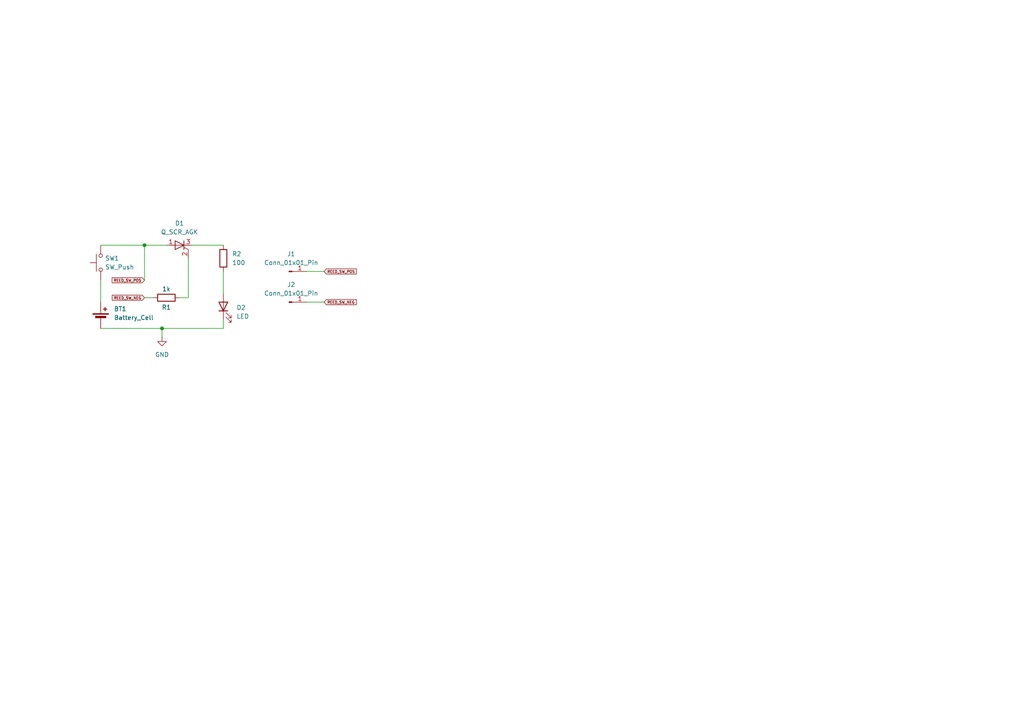
<source format=kicad_sch>
(kicad_sch (version 20250114) (generator "eeschema") (generator_version "9.0")
  (paper "A4")
  (lib_symbols
    (symbol "Connector:Conn_01x01_Pin" (pin_names (offset 1.016) (hide yes))
      (property "Reference" "J" (at 0 2.54 0))
      (property "Value" "Conn_01x01_Pin" (at 0 -2.54 0))
      (symbol "Conn_01x01_Pin_1_1"
        (rectangle (start 0.8636 0.127) (end 0 -0.127) (stroke (width 0.1524)) (fill (type outline)))
        (polyline (pts (xy 1.27 0) (xy 0.8636 0)) (stroke (width 0.1524)))
        (pin passive line (at 5.08 0 180) (length 3.81) (name "Pin_1") (number "1"))
      )
    )
    (symbol "Device:Battery_Cell" (pin_numbers (hide yes)) (pin_names (offset 0) (hide yes))
      (property "Reference" "BT1" (at 3.81 3.1116 0))
      (property "Value" "Battery_Cell" (at 3.81 0.5716 0))
      (symbol "Battery_Cell_0_1"
        (rectangle (start -2.286 1.778) (end 2.286 1.524) (fill (type outline)))
        (rectangle (start -1.524 1.016) (end 1.524 0.508) (fill (type outline)))
        (polyline (pts (xy 0 1.778) (xy 0 2.54)))
        (polyline (pts (xy 0 0.762) (xy 0 0)))
        (polyline (pts (xy 0.762 3.048) (xy 1.778 3.048)) (stroke (width 0.254)))
        (polyline (pts (xy 1.27 3.556) (xy 1.27 2.54)) (stroke (width 0.254)))
      )
      (symbol "Battery_Cell_1_1"
        (pin passive line (at 0 5.08 270) (length 2.54) (name "+") (number "P1"))
        (pin passive line (at 0 -2.54 90) (length 2.54) (name "-") (number "N"))
      )
    )
    (symbol "Device:LED" (pin_numbers (hide yes)) (pin_names (offset 1.016) (hide yes))
      (property "Reference" "D" (at 0 2.54 0))
      (property "Value" "LED" (at 0 -2.54 0))
      (symbol "LED_0_1"
        (polyline (pts (xy -3.048 -0.762) (xy -4.572 -2.286) (xy -3.81 -2.286) (xy -4.572 -2.286) (xy -4.572 -1.524)))
        (polyline (pts (xy -1.778 -0.762) (xy -3.302 -2.286) (xy -2.54 -2.286) (xy -3.302 -2.286) (xy -3.302 -1.524)))
        (polyline (pts (xy -1.27 0) (xy 1.27 0)))
        (polyline (pts (xy -1.27 -1.27) (xy -1.27 1.27)) (stroke (width 0.254)))
        (polyline (pts (xy 1.27 -1.27) (xy 1.27 1.27) (xy -1.27 0) (xy 1.27 -1.27)) (stroke (width 0.254)))
      )
      (symbol "LED_1_1"
        (pin passive line (at -3.81 0 0) (length 2.54) (name "K") (number "1"))
        (pin passive line (at 3.81 0 180) (length 2.54) (name "A") (number "2"))
      )
    )
    (symbol "Device:Q_SCR_AGK" (pin_names (offset 0) (hide yes))
      (property "Reference" "D" (at 1.905 0.635 0))
      (property "Value" "Q_SCR_AGK" (at 1.905 -1.27 0))
      (symbol "Q_SCR_AGK_0_1"
        (polyline (pts (xy -1.27 1.27) (xy 1.27 1.27) (xy 0 -1.27) (xy -1.27 1.27)) (stroke (width 0.2032)))
        (polyline (pts (xy -1.27 -1.27) (xy 1.27 -1.27)) (stroke (width 0.2032)))
        (polyline (pts (xy -1.27 -2.54) (xy -0.635 -1.27)))
        (polyline (pts (xy 0 -2.54) (xy 0 2.54)))
      )
      (symbol "Q_SCR_AGK_1_1"
        (pin input line (at -3.81 -2.54 0) (length 2.54) (name "G") (number "2"))
        (pin passive line (at 0 3.81 270) (length 2.54) (name "A") (number "1"))
        (pin passive line (at 0 -3.81 90) (length 2.54) (name "K") (number "3"))
      )
    )
    (symbol "Device:R" (pin_numbers (hide yes)) (pin_names (offset 0))
      (property "Reference" "R" (at 2.032 0 90))
      (property "Value" "R" (at 0 0 90))
      (symbol "R_0_1"
        (rectangle (start -1.016 -2.54) (end 1.016 2.54) (stroke (width 0.254)))
      )
      (symbol "R_1_1"
        (pin passive line (at 0 3.81 270) (length 1.27) (name "~") (number "1"))
        (pin passive line (at 0 -3.81 90) (length 1.27) (name "~") (number "2"))
      )
    )
    (symbol "Switch:SW_Push" (pin_numbers (hide yes)) (pin_names (offset 1.016) (hide yes))
      (property "Reference" "SW" (at 1.27 2.54 0))
      (property "Value" "SW_Push" (at 0 -1.524 0))
      (symbol "SW_Push_0_1"
        (circle (center -2.032 0) (radius 0.508))
        (polyline (pts (xy 0 1.27) (xy 0 3.048)))
        (circle (center 2.032 0) (radius 0.508))
        (polyline (pts (xy 2.54 1.27) (xy -2.54 1.27)))
        (pin passive line (at -5.08 0 0) (length 2.54) (name "1") (number "1"))
        (pin passive line (at 5.08 0 180) (length 2.54) (name "2") (number "2"))
      )
    )
    (symbol "power:GND" (power) (pin_numbers (hide yes)) (pin_names (offset 0) (hide yes))
      (property "Value" "GND" (at 0 -3.81 0))
      (symbol "GND_0_1"
        (polyline (pts (xy 0 0) (xy 0 -1.27) (xy 1.27 -1.27) (xy 0 -2.54) (xy -1.27 -1.27) (xy 0 -1.27)))
      )
      (symbol "GND_1_1"
        (pin power_in line (at 0 0 270) (length 0) (name "~") (number "1"))
      )
    )
  )
  (junction (at 41.91 71.12))
  (junction (at 46.99 95.25))
  (wire (pts (xy 88.9 87.63) (xy 93.98 87.63)))
  (wire (pts (xy 41.91 71.12) (xy 41.91 81.28)))
  (wire (pts (xy 88.9 78.74) (xy 93.98 78.74)))
  (wire (pts (xy 41.91 71.12) (xy 48.26 71.12)))
  (wire (pts (xy 52.07 86.36) (xy 54.61 86.36)))
  (wire (pts (xy 64.77 78.74) (xy 64.77 85.09)))
  (wire (pts (xy 46.99 95.25) (xy 46.99 97.79)))
  (wire (pts (xy 41.91 86.36) (xy 44.45 86.36)))
  (wire (pts (xy 29.21 81.28) (xy 29.21 87.63)))
  (wire (pts (xy 54.61 74.93) (xy 54.61 86.36)))
  (wire (pts (xy 64.77 95.25) (xy 46.99 95.25)))
  (wire (pts (xy 46.99 95.25) (xy 29.21 95.25)))
  (wire (pts (xy 64.77 92.71) (xy 64.77 95.25)))
  (wire (pts (xy 55.88 71.12) (xy 64.77 71.12)))
  (wire (pts (xy 29.21 71.12) (xy 41.91 71.12)))
  (global_label "REED_SW_NEG" (shape input) (at 93.98 87.63 0) (effects (font (size 0.762 0.762))) (property "Intersheetrefs" "${INTERSHEET_REFS}" (effects (hide yes))))
  (global_label "REED_SW_POS" (shape input) (at 93.98 78.74 0) (effects (font (size 0.762 0.762))) (property "Intersheetrefs" "${INTERSHEET_REFS}" (effects (hide yes))))
  (global_label "REED_SW_POS" (shape input) (at 41.91 81.28 180) (effects (font (size 0.762 0.762))) (property "Intersheetrefs" "${INTERSHEET_REFS}" (effects (hide yes))))
  (global_label "REED_SW_NEG" (shape input) (at 41.91 86.36 180) (effects (font (size 0.762 0.762))) (property "Intersheetrefs" "${INTERSHEET_REFS}" (effects (hide yes))))
  (symbol (lib_id "Device:Q_SCR_AGK") (at 52.07 71.12 90) (unit 1)
    (property "Reference" "D1" (at 52.07 64.77 90))
    (property "Value" "Q_SCR_AGK" (at 52.07 67.31 90))
    (property "Footprint" "Package_TO_SOT_SMD:SOT-23-3" (effects (hide yes)))
    (property "Description" "Silicon controlled rectifier, anode/gate/cathode" (effects (hide yes)))
  )
  (symbol (lib_id "Device:Battery_Cell") (at 29.21 92.71 0) (unit 1)
    (property "Reference" "BT1" (at 33.02 89.5984 0) (effects (justify left)))
    (property "Value" "Battery_Cell" (at 33.02 92.1384 0) (effects (justify left)))
    (property "Footprint" "343-BAT-HLD-003-SMT-ND:BAT_BAT-HLD-003-SMT" (effects (hide yes)))
    (property "Description" "Single-cell battery" (effects (hide yes)))
  )
  (symbol (lib_id "Connector:Conn_01x01_Pin") (at 83.82 78.74 0) (unit 1)
    (property "Reference" "J1" (at 84.455 73.66 0))
    (property "Value" "Conn_01x01_Pin" (at 84.455 76.2 0))
    (property "Footprint" "PH1-01-UA:ADAM-TECH_PH1-01-UA" (effects (hide yes)))
    (property "Description" "Generic connector, single row, 01x01, script generated" (effects (hide yes)))
  )
  (symbol (lib_id "Connector:Conn_01x01_Pin") (at 83.82 87.63 0) (unit 1)
    (property "Reference" "J2" (at 84.455 82.55 0))
    (property "Value" "Conn_01x01_Pin" (at 84.455 85.09 0))
    (property "Footprint" "PH1-01-UA:ADAM-TECH_PH1-01-UA" (effects (hide yes)))
    (property "Description" "Generic connector, single row, 01x01, script generated" (effects (hide yes)))
  )
  (symbol (lib_id "Device:LED") (at 64.77 88.9 90) (unit 1)
    (property "Reference" "D2" (at 68.58 89.2174 90) (effects (justify right)))
    (property "Value" "LED" (at 68.58 91.7574 90) (effects (justify right)))
    (property "Footprint" "LED_SMD:LED_1206_3216Metric" (effects (hide yes)))
    (property "Description" "Light emitting diode" (effects (hide yes)))
    (property "Sim.Pins" "1=K 2=A" (effects (hide yes)))
  )
  (symbol (lib_id "Device:R") (at 64.77 74.93 0) (unit 1)
    (property "Reference" "R2" (at 67.31 73.6599 0) (effects (justify left)))
    (property "Value" "100" (at 67.31 76.1999 0) (effects (justify left)))
    (property "Footprint" "343-BAT-HLD-003-SMT-ND:RESC3116X65N" (effects (hide yes)))
    (property "Description" "Resistor" (effects (hide yes)))
  )
  (symbol (lib_id "Device:R") (at 48.26 86.36 90) (unit 1)
    (property "Reference" "R1" (at 48.26 89.154 90))
    (property "Value" "1k" (at 48.26 83.82 90))
    (property "Footprint" "Resistor_SMD:R_1206_3216Metric" (effects (hide yes)))
    (property "Description" "Resistor" (effects (hide yes)))
  )
  (symbol (lib_id "power:GND") (at 46.99 97.79 0) (unit 1)
    (property "Reference" "#PWR01" (effects (hide yes)))
    (property "Value" "GND" (at 46.99 102.87 0))
    (property "Description" "Power symbol creates a global label with name \"GND\" , ground" (effects (hide yes)))
  )
  (symbol (lib_id "Switch:SW_Push") (at 29.21 76.2 90) (unit 1)
    (property "Reference" "SW1" (at 30.48 74.9299 90) (effects (justify right)))
    (property "Value" "SW_Push" (at 30.48 77.4699 90) (effects (justify right)))
    (property "Footprint" "343-BAT-HLD-003-SMT-ND:SW_TS10-63-26-BE-250-SMT-TR" (effects (hide yes)))
    (property "Description" "Push button switch, generic, two pins" (effects (hide yes)))
  )
)
</source>
